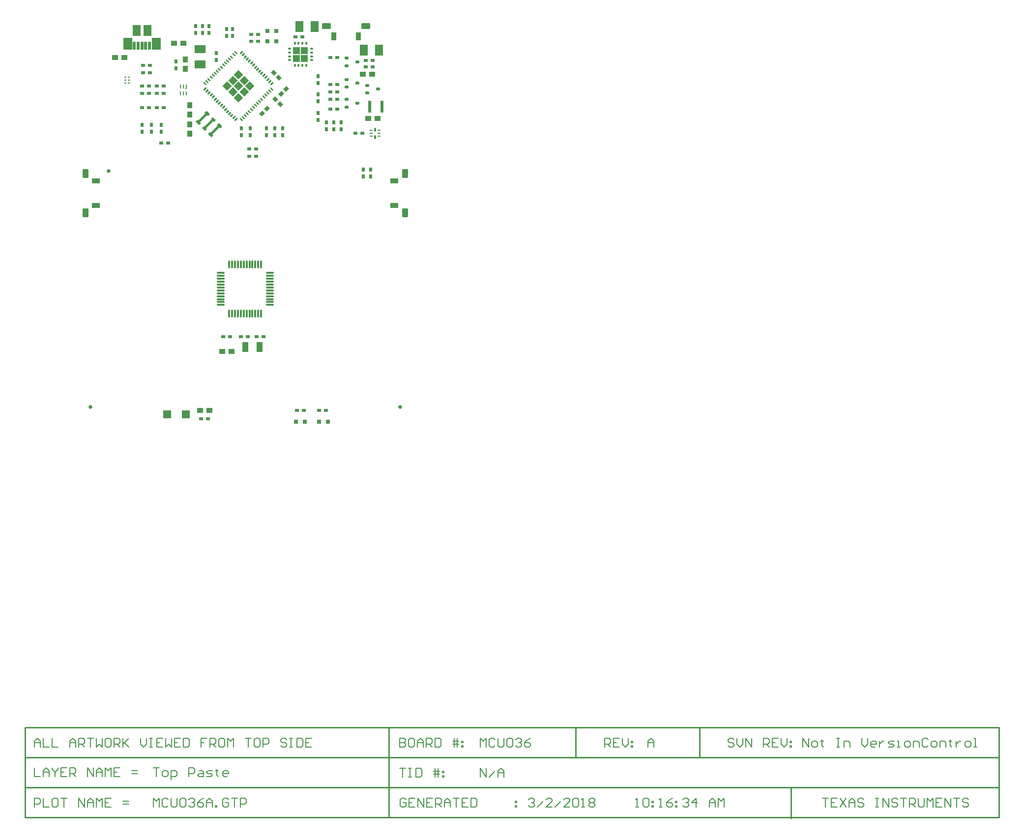
<source format=gtp>
G04 Layer_Color=9021481*
%FSAX25Y25*%
%MOIN*%
G70*
G01*
G75*
%ADD10R,0.03937X0.07087*%
G04:AMPARAMS|DCode=11|XSize=35.43mil|YSize=51.18mil|CornerRadius=1.95mil|HoleSize=0mil|Usage=FLASHONLY|Rotation=270.000|XOffset=0mil|YOffset=0mil|HoleType=Round|Shape=RoundedRectangle|*
%AMROUNDEDRECTD11*
21,1,0.03543,0.04728,0,0,270.0*
21,1,0.03154,0.05118,0,0,270.0*
1,1,0.00390,-0.02364,-0.01577*
1,1,0.00390,-0.02364,0.01577*
1,1,0.00390,0.02364,0.01577*
1,1,0.00390,0.02364,-0.01577*
%
%ADD11ROUNDEDRECTD11*%
G04:AMPARAMS|DCode=12|XSize=57.09mil|YSize=39.37mil|CornerRadius=1.97mil|HoleSize=0mil|Usage=FLASHONLY|Rotation=270.000|XOffset=0mil|YOffset=0mil|HoleType=Round|Shape=RoundedRectangle|*
%AMROUNDEDRECTD12*
21,1,0.05709,0.03543,0,0,270.0*
21,1,0.05315,0.03937,0,0,270.0*
1,1,0.00394,-0.01772,-0.02657*
1,1,0.00394,-0.01772,0.02657*
1,1,0.00394,0.01772,0.02657*
1,1,0.00394,0.01772,-0.02657*
%
%ADD12ROUNDEDRECTD12*%
%ADD13R,0.03150X0.02362*%
%ADD14R,0.03937X0.03740*%
%ADD15R,0.02362X0.03150*%
%ADD16O,0.01181X0.05709*%
%ADD17O,0.05709X0.01181*%
%ADD18R,0.03150X0.03150*%
G04:AMPARAMS|DCode=20|XSize=58.07mil|YSize=82.68mil|CornerRadius=2.03mil|HoleSize=0mil|Usage=FLASHONLY|Rotation=0.000|XOffset=0mil|YOffset=0mil|HoleType=Round|Shape=RoundedRectangle|*
%AMROUNDEDRECTD20*
21,1,0.05807,0.07861,0,0,0.0*
21,1,0.05401,0.08268,0,0,0.0*
1,1,0.00407,0.02700,-0.03931*
1,1,0.00407,-0.02700,-0.03931*
1,1,0.00407,-0.02700,0.03931*
1,1,0.00407,0.02700,0.03931*
%
%ADD20ROUNDEDRECTD20*%
G04:AMPARAMS|DCode=21|XSize=54.13mil|YSize=74.8mil|CornerRadius=1.89mil|HoleSize=0mil|Usage=FLASHONLY|Rotation=0.000|XOffset=0mil|YOffset=0mil|HoleType=Round|Shape=RoundedRectangle|*
%AMROUNDEDRECTD21*
21,1,0.05413,0.07101,0,0,0.0*
21,1,0.05034,0.07480,0,0,0.0*
1,1,0.00379,0.02517,-0.03551*
1,1,0.00379,-0.02517,-0.03551*
1,1,0.00379,-0.02517,0.03551*
1,1,0.00379,0.02517,0.03551*
%
%ADD21ROUNDEDRECTD21*%
G04:AMPARAMS|DCode=22|XSize=17.72mil|YSize=54.33mil|CornerRadius=1.95mil|HoleSize=0mil|Usage=FLASHONLY|Rotation=0.000|XOffset=0mil|YOffset=0mil|HoleType=Round|Shape=RoundedRectangle|*
%AMROUNDEDRECTD22*
21,1,0.01772,0.05043,0,0,0.0*
21,1,0.01382,0.05433,0,0,0.0*
1,1,0.00390,0.00691,-0.02522*
1,1,0.00390,-0.00691,-0.02522*
1,1,0.00390,-0.00691,0.02522*
1,1,0.00390,0.00691,0.02522*
%
%ADD22ROUNDEDRECTD22*%
%ADD23R,0.03740X0.03937*%
G04:AMPARAMS|DCode=24|XSize=18.5mil|YSize=23.62mil|CornerRadius=1.94mil|HoleSize=0mil|Usage=FLASHONLY|Rotation=270.000|XOffset=0mil|YOffset=0mil|HoleType=Round|Shape=RoundedRectangle|*
%AMROUNDEDRECTD24*
21,1,0.01850,0.01974,0,0,270.0*
21,1,0.01462,0.02362,0,0,270.0*
1,1,0.00389,-0.00987,-0.00731*
1,1,0.00389,-0.00987,0.00731*
1,1,0.00389,0.00987,0.00731*
1,1,0.00389,0.00987,-0.00731*
%
%ADD24ROUNDEDRECTD24*%
G04:AMPARAMS|DCode=25|XSize=102.36mil|YSize=15.75mil|CornerRadius=0mil|HoleSize=0mil|Usage=FLASHONLY|Rotation=45.000|XOffset=0mil|YOffset=0mil|HoleType=Round|Shape=Rectangle|*
%AMROTATEDRECTD25*
4,1,4,-0.03062,-0.04176,-0.04176,-0.03062,0.03062,0.04176,0.04176,0.03062,-0.03062,-0.04176,0.0*
%
%ADD25ROTATEDRECTD25*%

%ADD26O,0.02362X0.01181*%
%ADD27O,0.01181X0.02362*%
G04:AMPARAMS|DCode=30|XSize=9.45mil|YSize=23.62mil|CornerRadius=1.98mil|HoleSize=0mil|Usage=FLASHONLY|Rotation=315.000|XOffset=0mil|YOffset=0mil|HoleType=Round|Shape=RoundedRectangle|*
%AMROUNDEDRECTD30*
21,1,0.00945,0.01965,0,0,315.0*
21,1,0.00548,0.02362,0,0,315.0*
1,1,0.00397,-0.00501,-0.00889*
1,1,0.00397,-0.00889,-0.00501*
1,1,0.00397,0.00501,0.00889*
1,1,0.00397,0.00889,0.00501*
%
%ADD30ROUNDEDRECTD30*%
G04:AMPARAMS|DCode=31|XSize=9.45mil|YSize=23.62mil|CornerRadius=1.98mil|HoleSize=0mil|Usage=FLASHONLY|Rotation=45.000|XOffset=0mil|YOffset=0mil|HoleType=Round|Shape=RoundedRectangle|*
%AMROUNDEDRECTD31*
21,1,0.00945,0.01965,0,0,45.0*
21,1,0.00548,0.02362,0,0,45.0*
1,1,0.00397,0.00889,-0.00501*
1,1,0.00397,0.00501,-0.00889*
1,1,0.00397,-0.00889,0.00501*
1,1,0.00397,-0.00501,0.00889*
%
%ADD31ROUNDEDRECTD31*%
%ADD32R,0.02362X0.07874*%
G04:AMPARAMS|DCode=33|XSize=9.84mil|YSize=21.65mil|CornerRadius=1.97mil|HoleSize=0mil|Usage=FLASHONLY|Rotation=90.000|XOffset=0mil|YOffset=0mil|HoleType=Round|Shape=RoundedRectangle|*
%AMROUNDEDRECTD33*
21,1,0.00984,0.01772,0,0,90.0*
21,1,0.00591,0.02165,0,0,90.0*
1,1,0.00394,0.00886,0.00295*
1,1,0.00394,0.00886,-0.00295*
1,1,0.00394,-0.00886,-0.00295*
1,1,0.00394,-0.00886,0.00295*
%
%ADD33ROUNDEDRECTD33*%
G04:AMPARAMS|DCode=34|XSize=7.87mil|YSize=21.65mil|CornerRadius=1.97mil|HoleSize=0mil|Usage=FLASHONLY|Rotation=90.000|XOffset=0mil|YOffset=0mil|HoleType=Round|Shape=RoundedRectangle|*
%AMROUNDEDRECTD34*
21,1,0.00787,0.01772,0,0,90.0*
21,1,0.00394,0.02165,0,0,90.0*
1,1,0.00394,0.00886,0.00197*
1,1,0.00394,0.00886,-0.00197*
1,1,0.00394,-0.00886,-0.00197*
1,1,0.00394,-0.00886,0.00197*
%
%ADD34ROUNDEDRECTD34*%
G04:AMPARAMS|DCode=35|XSize=11.81mil|YSize=23.62mil|CornerRadius=1.95mil|HoleSize=0mil|Usage=FLASHONLY|Rotation=0.000|XOffset=0mil|YOffset=0mil|HoleType=Round|Shape=RoundedRectangle|*
%AMROUNDEDRECTD35*
21,1,0.01181,0.01972,0,0,0.0*
21,1,0.00791,0.02362,0,0,0.0*
1,1,0.00390,0.00396,-0.00986*
1,1,0.00390,-0.00396,-0.00986*
1,1,0.00390,-0.00396,0.00986*
1,1,0.00390,0.00396,0.00986*
%
%ADD35ROUNDEDRECTD35*%
%ADD36R,0.01378X0.00787*%
%ADD37R,0.01181X0.00787*%
%ADD38R,0.00984X0.02756*%
%ADD39R,0.00984X0.02598*%
G04:AMPARAMS|DCode=40|XSize=23.62mil|YSize=31.5mil|CornerRadius=0mil|HoleSize=0mil|Usage=FLASHONLY|Rotation=315.000|XOffset=0mil|YOffset=0mil|HoleType=Round|Shape=Rectangle|*
%AMROTATEDRECTD40*
4,1,4,-0.01949,-0.00278,0.00278,0.01949,0.01949,0.00278,-0.00278,-0.01949,-0.01949,-0.00278,0.0*
%
%ADD40ROTATEDRECTD40*%

G04:AMPARAMS|DCode=41|XSize=23.62mil|YSize=31.5mil|CornerRadius=0mil|HoleSize=0mil|Usage=FLASHONLY|Rotation=225.000|XOffset=0mil|YOffset=0mil|HoleType=Round|Shape=Rectangle|*
%AMROTATEDRECTD41*
4,1,4,-0.00278,0.01949,0.01949,-0.00278,0.00278,-0.01949,-0.01949,0.00278,-0.00278,0.01949,0.0*
%
%ADD41ROTATEDRECTD41*%

G04:AMPARAMS|DCode=42|XSize=70.87mil|YSize=55.12mil|CornerRadius=1.93mil|HoleSize=0mil|Usage=FLASHONLY|Rotation=90.000|XOffset=0mil|YOffset=0mil|HoleType=Round|Shape=RoundedRectangle|*
%AMROUNDEDRECTD42*
21,1,0.07087,0.05126,0,0,90.0*
21,1,0.06701,0.05512,0,0,90.0*
1,1,0.00386,0.02563,0.03350*
1,1,0.00386,0.02563,-0.03350*
1,1,0.00386,-0.02563,-0.03350*
1,1,0.00386,-0.02563,0.03350*
%
%ADD42ROUNDEDRECTD42*%
G04:AMPARAMS|DCode=43|XSize=70.87mil|YSize=55.12mil|CornerRadius=1.93mil|HoleSize=0mil|Usage=FLASHONLY|Rotation=0.000|XOffset=0mil|YOffset=0mil|HoleType=Round|Shape=RoundedRectangle|*
%AMROUNDEDRECTD43*
21,1,0.07087,0.05126,0,0,0.0*
21,1,0.06701,0.05512,0,0,0.0*
1,1,0.00386,0.03350,-0.02563*
1,1,0.00386,-0.03350,-0.02563*
1,1,0.00386,-0.03350,0.02563*
1,1,0.00386,0.03350,0.02563*
%
%ADD43ROUNDEDRECTD43*%
G04:AMPARAMS|DCode=44|XSize=35.43mil|YSize=51.18mil|CornerRadius=1.95mil|HoleSize=0mil|Usage=FLASHONLY|Rotation=0.000|XOffset=0mil|YOffset=0mil|HoleType=Round|Shape=RoundedRectangle|*
%AMROUNDEDRECTD44*
21,1,0.03543,0.04728,0,0,0.0*
21,1,0.03154,0.05118,0,0,0.0*
1,1,0.00390,0.01577,-0.02364*
1,1,0.00390,-0.01577,-0.02364*
1,1,0.00390,-0.01577,0.02364*
1,1,0.00390,0.01577,0.02364*
%
%ADD44ROUNDEDRECTD44*%
G04:AMPARAMS|DCode=45|XSize=57.09mil|YSize=39.37mil|CornerRadius=1.97mil|HoleSize=0mil|Usage=FLASHONLY|Rotation=0.000|XOffset=0mil|YOffset=0mil|HoleType=Round|Shape=RoundedRectangle|*
%AMROUNDEDRECTD45*
21,1,0.05709,0.03543,0,0,0.0*
21,1,0.05315,0.03937,0,0,0.0*
1,1,0.00394,0.02657,-0.01772*
1,1,0.00394,-0.02657,-0.01772*
1,1,0.00394,-0.02657,0.01772*
1,1,0.00394,0.02657,0.01772*
%
%ADD45ROUNDEDRECTD45*%
%ADD46C,0.02500*%
%ADD48C,0.01000*%
%ADD49C,0.00800*%
G04:AMPARAMS|DCode=79|XSize=46.85mil|YSize=46.85mil|CornerRadius=1.87mil|HoleSize=0mil|Usage=FLASHONLY|Rotation=135.000|XOffset=0mil|YOffset=0mil|HoleType=Round|Shape=RoundedRectangle|*
%AMROUNDEDRECTD79*
21,1,0.04685,0.04310,0,0,135.0*
21,1,0.04310,0.04685,0,0,135.0*
1,1,0.00375,0.00000,0.03048*
1,1,0.00375,0.03048,0.00000*
1,1,0.00375,0.00000,-0.03048*
1,1,0.00375,-0.03048,0.00000*
%
%ADD79ROUNDEDRECTD79*%
%ADD80R,0.04677X0.04677*%
%ADD81R,0.05512X0.05512*%
G04:AMPARAMS|DCode=82|XSize=1mil|YSize=1mil|CornerRadius=0mil|HoleSize=0mil|Usage=FLASHONLY|Rotation=135.000|XOffset=0mil|YOffset=0mil|HoleType=Round|Shape=RoundedRectangle|*
%AMROUNDEDRECTD82*
21,1,0.00100,0.00100,0,0,135.0*
21,1,0.00100,0.00100,0,0,135.0*
1,1,0.00000,0.00000,0.00071*
1,1,0.00000,0.00071,0.00000*
1,1,0.00000,0.00000,-0.00071*
1,1,0.00000,-0.00071,0.00000*
%
%ADD82ROUNDEDRECTD82*%
G36*
X0173608Y0508730D02*
X0172216Y0507338D01*
X0169989Y0509565D01*
X0171381Y0510957D01*
X0173608Y0508730D01*
D02*
G37*
G36*
X0163447Y0506920D02*
X0162055Y0505528D01*
X0159828Y0507755D01*
X0161220Y0509147D01*
X0163447Y0506920D01*
D02*
G37*
G36*
X0167623Y0502744D02*
X0166231Y0501352D01*
X0164004Y0503580D01*
X0165396Y0504971D01*
X0167623Y0502744D01*
D02*
G37*
G36*
X0159271Y0511096D02*
X0157879Y0509704D01*
X0155652Y0511931D01*
X0157044Y0513323D01*
X0159271Y0511096D01*
D02*
G37*
G36*
X0149661Y0534384D02*
X0149267Y0533990D01*
X0148676D01*
Y0534581D01*
X0149661D01*
Y0534384D01*
D02*
G37*
G36*
X0165257Y0517081D02*
X0163865Y0515689D01*
X0161638Y0517916D01*
X0163030Y0519308D01*
X0165257Y0517081D01*
D02*
G37*
G36*
X0169433Y0512906D02*
X0168041Y0511514D01*
X0165814Y0513741D01*
X0167206Y0515133D01*
X0169433Y0512906D01*
D02*
G37*
G54D10*
X0199121Y0358900D02*
D03*
X0189279D02*
D03*
G54D11*
X0290444Y0471668D02*
D03*
Y0455132D02*
D03*
X0087956Y0455132D02*
D03*
Y0471668D02*
D03*
G54D12*
X0297531Y0476687D02*
D03*
X0297531Y0450113D02*
D03*
X0080869Y0450113D02*
D03*
X0080869Y0476687D02*
D03*
G54D13*
X0239338Y0315900D02*
D03*
X0244062D02*
D03*
X0229062D02*
D03*
X0224338D02*
D03*
X0159338Y0310400D02*
D03*
X0164062D02*
D03*
X0174338Y0365900D02*
D03*
X0179062D02*
D03*
X0186338D02*
D03*
X0191062D02*
D03*
X0201562D02*
D03*
X0196838D02*
D03*
X0196562Y0493400D02*
D03*
X0191838D02*
D03*
X0196562Y0488400D02*
D03*
X0191838D02*
D03*
X0251562Y0526900D02*
D03*
X0246838D02*
D03*
X0246838Y0520400D02*
D03*
X0251562D02*
D03*
X0246838Y0531900D02*
D03*
X0251562D02*
D03*
X0119838Y0544900D02*
D03*
X0124562D02*
D03*
X0270838Y0553400D02*
D03*
X0275562D02*
D03*
X0246838Y0536900D02*
D03*
X0251562D02*
D03*
X0251562Y0555400D02*
D03*
X0246838D02*
D03*
X0129338Y0530900D02*
D03*
X0134062D02*
D03*
X0134062Y0535900D02*
D03*
X0129338D02*
D03*
X0119338Y0521400D02*
D03*
X0124062D02*
D03*
X0119338Y0535900D02*
D03*
X0124062D02*
D03*
X0198062Y0570900D02*
D03*
X0193338D02*
D03*
X0198062Y0566400D02*
D03*
X0193338D02*
D03*
X0119838Y0549900D02*
D03*
X0124562D02*
D03*
X0263838Y0503900D02*
D03*
X0268562D02*
D03*
X0223338Y0569400D02*
D03*
X0228062D02*
D03*
X0270838Y0548900D02*
D03*
X0275562D02*
D03*
X0134062Y0521400D02*
D03*
X0129338D02*
D03*
X0119338Y0530900D02*
D03*
X0124062D02*
D03*
X0132338Y0497400D02*
D03*
X0137062D02*
D03*
G54D14*
X0158550Y0315900D02*
D03*
X0164850D02*
D03*
X0173550Y0355900D02*
D03*
X0179850D02*
D03*
X0101050Y0555400D02*
D03*
X0107350D02*
D03*
X0147350Y0564900D02*
D03*
X0141050D02*
D03*
X0272550Y0513900D02*
D03*
X0278850D02*
D03*
X0275350Y0543900D02*
D03*
X0269050D02*
D03*
G54D15*
X0274200Y0474538D02*
D03*
Y0479262D02*
D03*
X0269200Y0474538D02*
D03*
Y0479262D02*
D03*
X0125700Y0505038D02*
D03*
Y0509762D02*
D03*
X0119200Y0509762D02*
D03*
Y0505038D02*
D03*
X0209200Y0507262D02*
D03*
Y0502538D02*
D03*
X0214700Y0502538D02*
D03*
Y0507262D02*
D03*
X0176700Y0574762D02*
D03*
Y0570038D02*
D03*
X0180700Y0574762D02*
D03*
Y0570038D02*
D03*
X0160200Y0572038D02*
D03*
Y0576762D02*
D03*
X0155700Y0572038D02*
D03*
Y0576762D02*
D03*
X0238700Y0525538D02*
D03*
Y0530262D02*
D03*
Y0513038D02*
D03*
Y0517762D02*
D03*
X0192700Y0502538D02*
D03*
Y0507262D02*
D03*
X0249200Y0506538D02*
D03*
Y0511262D02*
D03*
X0244200Y0506538D02*
D03*
Y0511262D02*
D03*
X0132200Y0509762D02*
D03*
Y0505038D02*
D03*
X0203700Y0502538D02*
D03*
Y0507262D02*
D03*
X0254200Y0506538D02*
D03*
Y0511262D02*
D03*
X0164700Y0576762D02*
D03*
Y0572038D02*
D03*
X0238700Y0542762D02*
D03*
Y0538038D02*
D03*
X0186700Y0502538D02*
D03*
Y0507262D02*
D03*
X0142200Y0552762D02*
D03*
Y0548038D02*
D03*
X0169700Y0558262D02*
D03*
Y0553538D02*
D03*
G54D16*
X0178373Y0381766D02*
D03*
X0180342D02*
D03*
X0182310D02*
D03*
X0184279D02*
D03*
X0186247D02*
D03*
X0188216D02*
D03*
X0190184D02*
D03*
X0192153D02*
D03*
X0194121D02*
D03*
X0196090D02*
D03*
X0198058D02*
D03*
X0200027D02*
D03*
Y0415034D02*
D03*
X0198058D02*
D03*
X0196090D02*
D03*
X0194121D02*
D03*
X0192153D02*
D03*
X0190184D02*
D03*
X0188216D02*
D03*
X0186247D02*
D03*
X0184279D02*
D03*
X0182310D02*
D03*
X0180342D02*
D03*
X0178373D02*
D03*
G54D17*
X0205834Y0387573D02*
D03*
Y0389542D02*
D03*
Y0391510D02*
D03*
Y0393479D02*
D03*
Y0395447D02*
D03*
Y0397416D02*
D03*
Y0399384D02*
D03*
Y0401353D02*
D03*
Y0403321D02*
D03*
Y0405290D02*
D03*
Y0407258D02*
D03*
Y0409227D02*
D03*
X0172566D02*
D03*
Y0407258D02*
D03*
Y0405290D02*
D03*
Y0403321D02*
D03*
Y0401353D02*
D03*
Y0399384D02*
D03*
Y0397416D02*
D03*
Y0395447D02*
D03*
Y0393479D02*
D03*
Y0391510D02*
D03*
Y0389542D02*
D03*
Y0387573D02*
D03*
G54D18*
X0245153Y0308400D02*
D03*
X0239247D02*
D03*
X0229653D02*
D03*
X0223747D02*
D03*
X0210153Y0573400D02*
D03*
X0204247D02*
D03*
Y0566400D02*
D03*
X0210153D02*
D03*
G54D20*
X0109505Y0564636D02*
D03*
X0128895D02*
D03*
G54D21*
X0115509Y0573691D02*
D03*
X0122891D02*
D03*
G54D22*
X0114082Y0563219D02*
D03*
X0116641Y0563219D02*
D03*
X0119200Y0563219D02*
D03*
X0121759Y0563219D02*
D03*
X0124318Y0563219D02*
D03*
G54D23*
X0148700Y0547750D02*
D03*
Y0554050D02*
D03*
X0151700Y0523050D02*
D03*
Y0516750D02*
D03*
Y0510050D02*
D03*
Y0503750D02*
D03*
G54D24*
X0257960Y0540459D02*
D03*
Y0535341D02*
D03*
X0265440Y0537900D02*
D03*
X0271960Y0536459D02*
D03*
Y0531341D02*
D03*
X0279440Y0533900D02*
D03*
X0257960Y0526959D02*
D03*
Y0521841D02*
D03*
X0265440Y0524400D02*
D03*
X0257960Y0554959D02*
D03*
Y0549841D02*
D03*
X0265440Y0552400D02*
D03*
G54D25*
X0164700Y0510400D02*
D03*
X0160524Y0514576D02*
D03*
X0168876Y0506224D02*
D03*
G54D26*
X0219220Y0561239D02*
D03*
Y0558679D02*
D03*
Y0556120D02*
D03*
Y0553561D02*
D03*
X0234180D02*
D03*
Y0556120D02*
D03*
Y0558679D02*
D03*
Y0561239D02*
D03*
G54D27*
X0222861Y0549920D02*
D03*
X0225420D02*
D03*
X0227979D02*
D03*
X0230539D02*
D03*
Y0564880D02*
D03*
X0227979D02*
D03*
X0225420D02*
D03*
X0222861D02*
D03*
G54D30*
X0182893Y0513209D02*
D03*
X0181501Y0514601D02*
D03*
X0180108Y0515993D02*
D03*
X0178716Y0517386D02*
D03*
X0177324Y0518778D02*
D03*
X0175932Y0520170D02*
D03*
X0174539Y0521562D02*
D03*
X0173147Y0522955D02*
D03*
X0171755Y0524347D02*
D03*
X0170362Y0525739D02*
D03*
X0168970Y0527132D02*
D03*
X0167578Y0528524D02*
D03*
X0166186Y0529916D02*
D03*
X0164793Y0531309D02*
D03*
X0163401Y0532701D02*
D03*
X0162009Y0534093D02*
D03*
X0186507Y0558591D02*
D03*
X0187899Y0557199D02*
D03*
X0189292Y0555807D02*
D03*
X0190684Y0554414D02*
D03*
X0192076Y0553022D02*
D03*
X0193468Y0551630D02*
D03*
X0194861Y0550238D02*
D03*
X0196253Y0548845D02*
D03*
X0197645Y0547453D02*
D03*
X0199038Y0546061D02*
D03*
X0200430Y0544668D02*
D03*
X0201822Y0543276D02*
D03*
X0203214Y0541884D02*
D03*
X0204607Y0540491D02*
D03*
X0205999Y0539099D02*
D03*
X0207391Y0537707D02*
D03*
G54D31*
X0162011Y0537710D02*
D03*
X0163403Y0539102D02*
D03*
X0164795Y0540493D02*
D03*
X0166187Y0541885D02*
D03*
X0167579Y0543277D02*
D03*
X0168971Y0544669D02*
D03*
X0170363Y0546061D02*
D03*
X0171755Y0547453D02*
D03*
X0173147Y0548845D02*
D03*
X0174539Y0550237D02*
D03*
X0175931Y0551629D02*
D03*
X0177323Y0553021D02*
D03*
X0178715Y0554413D02*
D03*
X0180107Y0555805D02*
D03*
X0181499Y0557197D02*
D03*
X0182890Y0558589D02*
D03*
X0207389Y0534091D02*
D03*
X0205997Y0532698D02*
D03*
X0204605Y0531307D02*
D03*
X0203213Y0529915D02*
D03*
X0201821Y0528523D02*
D03*
X0200429Y0527131D02*
D03*
X0199037Y0525739D02*
D03*
X0197645Y0524347D02*
D03*
X0196253Y0522955D02*
D03*
X0194861Y0521563D02*
D03*
X0193469Y0520171D02*
D03*
X0192077Y0518779D02*
D03*
X0190685Y0517387D02*
D03*
X0189293Y0515995D02*
D03*
X0187901Y0514603D02*
D03*
X0186510Y0513211D02*
D03*
G54D32*
X0273566Y0521900D02*
D03*
X0281834D02*
D03*
G54D33*
X0279857Y0505868D02*
D03*
Y0501931D02*
D03*
X0274542D02*
D03*
Y0505868D02*
D03*
G54D34*
X0279857Y0503900D02*
D03*
X0274542D02*
D03*
G54D35*
X0277200Y0501341D02*
D03*
Y0506459D02*
D03*
G54D36*
X0108117Y0541868D02*
D03*
G54D37*
X0108019Y0539900D02*
D03*
Y0537931D02*
D03*
X0110381D02*
D03*
Y0539900D02*
D03*
Y0541868D02*
D03*
G54D38*
X0149169Y0531038D02*
D03*
X0147200D02*
D03*
X0145231D02*
D03*
Y0535762D02*
D03*
X0147200D02*
D03*
G54D39*
X0149169Y0535841D02*
D03*
G54D40*
X0203870Y0520570D02*
D03*
X0200530Y0517230D02*
D03*
X0216870Y0534070D02*
D03*
X0213530Y0530730D02*
D03*
G54D41*
X0212870Y0523730D02*
D03*
X0209530Y0527070D02*
D03*
X0208530Y0545070D02*
D03*
X0211870Y0541730D02*
D03*
G54D42*
X0269582Y0560400D02*
D03*
X0279818D02*
D03*
X0226082Y0576400D02*
D03*
X0236318D02*
D03*
G54D43*
X0158700Y0561018D02*
D03*
Y0550782D02*
D03*
G54D44*
X0249432Y0569644D02*
D03*
X0265968D02*
D03*
G54D45*
X0244413Y0576731D02*
D03*
X0270987Y0576731D02*
D03*
G54D46*
X0084200Y0318400D02*
D03*
X0294200D02*
D03*
X0096700Y0478400D02*
D03*
G54D48*
X0559400Y0039400D02*
Y0059683D01*
X0440500Y0040050D02*
X0700200D01*
Y0101050D01*
X0286500Y0040050D02*
Y0101050D01*
X0040000Y0040050D02*
Y0101050D01*
X0040050Y0040050D02*
X0197600D01*
X0040050D02*
Y0101050D01*
Y0101050D02*
X0700200D01*
X0040000Y0040050D02*
X0440500D01*
X0040000Y0060383D02*
X0700000D01*
X0040000Y0080717D02*
X0700200D01*
X0413200D02*
Y0101050D01*
X0497200Y0080717D02*
Y0101050D01*
G54D49*
X0126900Y0073549D02*
X0130899D01*
X0128899D01*
Y0067551D01*
X0133898D02*
X0135897D01*
X0136897Y0068550D01*
Y0070550D01*
X0135897Y0071549D01*
X0133898D01*
X0132898Y0070550D01*
Y0068550D01*
X0133898Y0067551D01*
X0138896Y0065551D02*
Y0071549D01*
X0141895D01*
X0142895Y0070550D01*
Y0068550D01*
X0141895Y0067551D01*
X0138896D01*
X0150892D02*
Y0073549D01*
X0153891D01*
X0154891Y0072549D01*
Y0070550D01*
X0153891Y0069550D01*
X0150892D01*
X0157890Y0071549D02*
X0159889D01*
X0160889Y0070550D01*
Y0067551D01*
X0157890D01*
X0156890Y0068550D01*
X0157890Y0069550D01*
X0160889D01*
X0162888Y0067551D02*
X0165887D01*
X0166887Y0068550D01*
X0165887Y0069550D01*
X0163888D01*
X0162888Y0070550D01*
X0163888Y0071549D01*
X0166887D01*
X0169886Y0072549D02*
Y0071549D01*
X0168886D01*
X0170886D01*
X0169886D01*
Y0068550D01*
X0170886Y0067551D01*
X0176884D02*
X0174884D01*
X0173885Y0068550D01*
Y0070550D01*
X0174884Y0071549D01*
X0176884D01*
X0177884Y0070550D01*
Y0069550D01*
X0173885D01*
X0348550Y0067500D02*
Y0073498D01*
X0352549Y0067500D01*
Y0073498D01*
X0354548Y0067500D02*
X0358547Y0071499D01*
X0360546Y0067500D02*
Y0071499D01*
X0362545Y0073498D01*
X0364545Y0071499D01*
Y0067500D01*
Y0070499D01*
X0360546D01*
X0294000Y0073498D02*
X0297999D01*
X0295999D01*
Y0067500D01*
X0299998Y0073498D02*
X0301997D01*
X0300998D01*
Y0067500D01*
X0299998D01*
X0301997D01*
X0304996Y0073498D02*
Y0067500D01*
X0307996D01*
X0308995Y0068500D01*
Y0072498D01*
X0307996Y0073498D01*
X0304996D01*
X0317992Y0067500D02*
Y0073498D01*
X0319992D02*
Y0067500D01*
X0316993Y0071499D02*
X0319992D01*
X0320991D01*
X0316993Y0069499D02*
X0320991D01*
X0322991Y0071499D02*
X0323990D01*
Y0070499D01*
X0322991D01*
Y0071499D01*
Y0068500D02*
X0323990D01*
Y0067500D01*
X0322991D01*
Y0068500D01*
X0580500Y0052965D02*
X0584499D01*
X0582499D01*
Y0046966D01*
X0590497Y0052965D02*
X0586498D01*
Y0046966D01*
X0590497D01*
X0586498Y0049966D02*
X0588497D01*
X0592496Y0052965D02*
X0596495Y0046966D01*
Y0052965D02*
X0592496Y0046966D01*
X0598494D02*
Y0050965D01*
X0600493Y0052965D01*
X0602493Y0050965D01*
Y0046966D01*
Y0049966D01*
X0598494D01*
X0608491Y0051965D02*
X0607491Y0052965D01*
X0605492D01*
X0604492Y0051965D01*
Y0050965D01*
X0605492Y0049966D01*
X0607491D01*
X0608491Y0048966D01*
Y0047966D01*
X0607491Y0046966D01*
X0605492D01*
X0604492Y0047966D01*
X0616488Y0052965D02*
X0618488D01*
X0617488D01*
Y0046966D01*
X0616488D01*
X0618488D01*
X0621487D02*
Y0052965D01*
X0625486Y0046966D01*
Y0052965D01*
X0631484Y0051965D02*
X0630484Y0052965D01*
X0628484D01*
X0627485Y0051965D01*
Y0050965D01*
X0628484Y0049966D01*
X0630484D01*
X0631484Y0048966D01*
Y0047966D01*
X0630484Y0046966D01*
X0628484D01*
X0627485Y0047966D01*
X0633483Y0052965D02*
X0637482D01*
X0635482D01*
Y0046966D01*
X0639481D02*
Y0052965D01*
X0642480D01*
X0643480Y0051965D01*
Y0049966D01*
X0642480Y0048966D01*
X0639481D01*
X0641480D02*
X0643480Y0046966D01*
X0645479Y0052965D02*
Y0047966D01*
X0646479Y0046966D01*
X0648478D01*
X0649478Y0047966D01*
Y0052965D01*
X0651477Y0046966D02*
Y0052965D01*
X0653476Y0050965D01*
X0655476Y0052965D01*
Y0046966D01*
X0661474Y0052965D02*
X0657475D01*
Y0046966D01*
X0661474D01*
X0657475Y0049966D02*
X0659474D01*
X0663473Y0046966D02*
Y0052965D01*
X0667472Y0046966D01*
Y0052965D01*
X0669471D02*
X0673470D01*
X0671471D01*
Y0046966D01*
X0679468Y0051965D02*
X0678468Y0052965D01*
X0676469D01*
X0675469Y0051965D01*
Y0050965D01*
X0676469Y0049966D01*
X0678468D01*
X0679468Y0048966D01*
Y0047966D01*
X0678468Y0046966D01*
X0676469D01*
X0675469Y0047966D01*
X0454050Y0046966D02*
X0456049D01*
X0455050D01*
Y0052965D01*
X0454050Y0051965D01*
X0459048D02*
X0460048Y0052965D01*
X0462047D01*
X0463047Y0051965D01*
Y0047966D01*
X0462047Y0046966D01*
X0460048D01*
X0459048Y0047966D01*
Y0051965D01*
X0465046Y0050965D02*
X0466046D01*
Y0049966D01*
X0465046D01*
Y0050965D01*
Y0047966D02*
X0466046D01*
Y0046966D01*
X0465046D01*
Y0047966D01*
X0470045Y0046966D02*
X0472044D01*
X0471044D01*
Y0052965D01*
X0470045Y0051965D01*
X0479042Y0052965D02*
X0477043Y0051965D01*
X0475043Y0049966D01*
Y0047966D01*
X0476043Y0046966D01*
X0478042D01*
X0479042Y0047966D01*
Y0048966D01*
X0478042Y0049966D01*
X0475043D01*
X0481041Y0050965D02*
X0482041D01*
Y0049966D01*
X0481041D01*
Y0050965D01*
Y0047966D02*
X0482041D01*
Y0046966D01*
X0481041D01*
Y0047966D01*
X0486040Y0051965D02*
X0487039Y0052965D01*
X0489039D01*
X0490038Y0051965D01*
Y0050965D01*
X0489039Y0049966D01*
X0488039D01*
X0489039D01*
X0490038Y0048966D01*
Y0047966D01*
X0489039Y0046966D01*
X0487039D01*
X0486040Y0047966D01*
X0495037Y0046966D02*
Y0052965D01*
X0492038Y0049966D01*
X0496036D01*
X0504034Y0046966D02*
Y0050965D01*
X0506033Y0052965D01*
X0508033Y0050965D01*
Y0046966D01*
Y0049966D01*
X0504034D01*
X0510032Y0046966D02*
Y0052965D01*
X0512031Y0050965D01*
X0514031Y0052965D01*
Y0046966D01*
X0046350D02*
Y0052965D01*
X0049349D01*
X0050349Y0051965D01*
Y0049966D01*
X0049349Y0048966D01*
X0046350D01*
X0052348Y0052965D02*
Y0046966D01*
X0056347D01*
X0061345Y0052965D02*
X0059346D01*
X0058346Y0051965D01*
Y0047966D01*
X0059346Y0046966D01*
X0061345D01*
X0062345Y0047966D01*
Y0051965D01*
X0061345Y0052965D01*
X0064344D02*
X0068343D01*
X0066343D01*
Y0046966D01*
X0076340D02*
Y0052965D01*
X0080339Y0046966D01*
Y0052965D01*
X0082338Y0046966D02*
Y0050965D01*
X0084338Y0052965D01*
X0086337Y0050965D01*
Y0046966D01*
Y0049966D01*
X0082338D01*
X0088336Y0046966D02*
Y0052965D01*
X0090336Y0050965D01*
X0092335Y0052965D01*
Y0046966D01*
X0098333Y0052965D02*
X0094335D01*
Y0046966D01*
X0098333D01*
X0094335Y0049966D02*
X0096334D01*
X0106331Y0048966D02*
X0110329D01*
X0106331Y0050965D02*
X0110329D01*
X0046350Y0073549D02*
Y0067551D01*
X0050349D01*
X0052348D02*
Y0071549D01*
X0054347Y0073549D01*
X0056347Y0071549D01*
Y0067551D01*
Y0070550D01*
X0052348D01*
X0058346Y0073549D02*
Y0072549D01*
X0060346Y0070550D01*
X0062345Y0072549D01*
Y0073549D01*
X0060346Y0070550D02*
Y0067551D01*
X0068343Y0073549D02*
X0064344D01*
Y0067551D01*
X0068343D01*
X0064344Y0070550D02*
X0066343D01*
X0070342Y0067551D02*
Y0073549D01*
X0073341D01*
X0074341Y0072549D01*
Y0070550D01*
X0073341Y0069550D01*
X0070342D01*
X0072342D02*
X0074341Y0067551D01*
X0082338D02*
Y0073549D01*
X0086337Y0067551D01*
Y0073549D01*
X0088336Y0067551D02*
Y0071549D01*
X0090336Y0073549D01*
X0092335Y0071549D01*
Y0067551D01*
Y0070550D01*
X0088336D01*
X0094335Y0067551D02*
Y0073549D01*
X0096334Y0071549D01*
X0098333Y0073549D01*
Y0067551D01*
X0104331Y0073549D02*
X0100332D01*
Y0067551D01*
X0104331D01*
X0100332Y0070550D02*
X0102332D01*
X0112329Y0069550D02*
X0116327D01*
X0112329Y0071549D02*
X0116327D01*
X0294000Y0093831D02*
Y0087833D01*
X0296999D01*
X0297999Y0088833D01*
Y0089833D01*
X0296999Y0090832D01*
X0294000D01*
X0296999D01*
X0297999Y0091832D01*
Y0092832D01*
X0296999Y0093831D01*
X0294000D01*
X0302997D02*
X0300998D01*
X0299998Y0092832D01*
Y0088833D01*
X0300998Y0087833D01*
X0302997D01*
X0303997Y0088833D01*
Y0092832D01*
X0302997Y0093831D01*
X0305996Y0087833D02*
Y0091832D01*
X0307996Y0093831D01*
X0309995Y0091832D01*
Y0087833D01*
Y0090832D01*
X0305996D01*
X0311994Y0087833D02*
Y0093831D01*
X0314993D01*
X0315993Y0092832D01*
Y0090832D01*
X0314993Y0089833D01*
X0311994D01*
X0313994D02*
X0315993Y0087833D01*
X0317992Y0093831D02*
Y0087833D01*
X0320991D01*
X0321991Y0088833D01*
Y0092832D01*
X0320991Y0093831D01*
X0317992D01*
X0330988Y0087833D02*
Y0093831D01*
X0332987D02*
Y0087833D01*
X0329988Y0091832D02*
X0332987D01*
X0333987D01*
X0329988Y0089833D02*
X0333987D01*
X0335986Y0091832D02*
X0336986D01*
Y0090832D01*
X0335986D01*
Y0091832D01*
Y0088833D02*
X0336986D01*
Y0087833D01*
X0335986D01*
Y0088833D01*
X0348550Y0087833D02*
Y0093831D01*
X0350549Y0091832D01*
X0352549Y0093831D01*
Y0087833D01*
X0358547Y0092832D02*
X0357547Y0093831D01*
X0355548D01*
X0354548Y0092832D01*
Y0088833D01*
X0355548Y0087833D01*
X0357547D01*
X0358547Y0088833D01*
X0360546Y0093831D02*
Y0088833D01*
X0361546Y0087833D01*
X0363545D01*
X0364545Y0088833D01*
Y0093831D01*
X0366544Y0092832D02*
X0367544Y0093831D01*
X0369543D01*
X0370543Y0092832D01*
Y0088833D01*
X0369543Y0087833D01*
X0367544D01*
X0366544Y0088833D01*
Y0092832D01*
X0372542D02*
X0373542Y0093831D01*
X0375541D01*
X0376541Y0092832D01*
Y0091832D01*
X0375541Y0090832D01*
X0374542D01*
X0375541D01*
X0376541Y0089833D01*
Y0088833D01*
X0375541Y0087833D01*
X0373542D01*
X0372542Y0088833D01*
X0382539Y0093831D02*
X0380540Y0092832D01*
X0378540Y0090832D01*
Y0088833D01*
X0379540Y0087833D01*
X0381539D01*
X0382539Y0088833D01*
Y0089833D01*
X0381539Y0090832D01*
X0378540D01*
X0462150Y0087833D02*
Y0091832D01*
X0464149Y0093831D01*
X0466149Y0091832D01*
Y0087833D01*
Y0090832D01*
X0462150D01*
X0046350Y0087833D02*
Y0091832D01*
X0048349Y0093831D01*
X0050349Y0091832D01*
Y0087833D01*
Y0090832D01*
X0046350D01*
X0052348Y0093831D02*
Y0087833D01*
X0056347D01*
X0058346Y0093831D02*
Y0087833D01*
X0062345D01*
X0070342D02*
Y0091832D01*
X0072342Y0093831D01*
X0074341Y0091832D01*
Y0087833D01*
Y0090832D01*
X0070342D01*
X0076340Y0087833D02*
Y0093831D01*
X0079339D01*
X0080339Y0092832D01*
Y0090832D01*
X0079339Y0089833D01*
X0076340D01*
X0078340D02*
X0080339Y0087833D01*
X0082338Y0093831D02*
X0086337D01*
X0084338D01*
Y0087833D01*
X0088336Y0093831D02*
Y0087833D01*
X0090336Y0089833D01*
X0092335Y0087833D01*
Y0093831D01*
X0097334D02*
X0095334D01*
X0094335Y0092832D01*
Y0088833D01*
X0095334Y0087833D01*
X0097334D01*
X0098333Y0088833D01*
Y0092832D01*
X0097334Y0093831D01*
X0100332Y0087833D02*
Y0093831D01*
X0103332D01*
X0104331Y0092832D01*
Y0090832D01*
X0103332Y0089833D01*
X0100332D01*
X0102332D02*
X0104331Y0087833D01*
X0106331Y0093831D02*
Y0087833D01*
Y0089833D01*
X0110329Y0093831D01*
X0107330Y0090832D01*
X0110329Y0087833D01*
X0118327Y0093831D02*
Y0089833D01*
X0120326Y0087833D01*
X0122325Y0089833D01*
Y0093831D01*
X0124325D02*
X0126324D01*
X0125324D01*
Y0087833D01*
X0124325D01*
X0126324D01*
X0133322Y0093831D02*
X0129323D01*
Y0087833D01*
X0133322D01*
X0129323Y0090832D02*
X0131323D01*
X0135321Y0093831D02*
Y0087833D01*
X0137321Y0089833D01*
X0139320Y0087833D01*
Y0093831D01*
X0145318D02*
X0141319D01*
Y0087833D01*
X0145318D01*
X0141319Y0090832D02*
X0143319D01*
X0147317Y0093831D02*
Y0087833D01*
X0150316D01*
X0151316Y0088833D01*
Y0092832D01*
X0150316Y0093831D01*
X0147317D01*
X0163312D02*
X0159313D01*
Y0090832D01*
X0161313D01*
X0159313D01*
Y0087833D01*
X0165312D02*
Y0093831D01*
X0168310D01*
X0169310Y0092832D01*
Y0090832D01*
X0168310Y0089833D01*
X0165312D01*
X0167311D02*
X0169310Y0087833D01*
X0174309Y0093831D02*
X0172309D01*
X0171310Y0092832D01*
Y0088833D01*
X0172309Y0087833D01*
X0174309D01*
X0175308Y0088833D01*
Y0092832D01*
X0174309Y0093831D01*
X0177308Y0087833D02*
Y0093831D01*
X0179307Y0091832D01*
X0181306Y0093831D01*
Y0087833D01*
X0189304Y0093831D02*
X0193303D01*
X0191303D01*
Y0087833D01*
X0198301Y0093831D02*
X0196301D01*
X0195302Y0092832D01*
Y0088833D01*
X0196301Y0087833D01*
X0198301D01*
X0199301Y0088833D01*
Y0092832D01*
X0198301Y0093831D01*
X0201300Y0087833D02*
Y0093831D01*
X0204299D01*
X0205299Y0092832D01*
Y0090832D01*
X0204299Y0089833D01*
X0201300D01*
X0217295Y0092832D02*
X0216295Y0093831D01*
X0214296D01*
X0213296Y0092832D01*
Y0091832D01*
X0214296Y0090832D01*
X0216295D01*
X0217295Y0089833D01*
Y0088833D01*
X0216295Y0087833D01*
X0214296D01*
X0213296Y0088833D01*
X0219294Y0093831D02*
X0221293D01*
X0220294D01*
Y0087833D01*
X0219294D01*
X0221293D01*
X0224292Y0093831D02*
Y0087833D01*
X0227291D01*
X0228291Y0088833D01*
Y0092832D01*
X0227291Y0093831D01*
X0224292D01*
X0234289D02*
X0230291D01*
Y0087833D01*
X0234289D01*
X0230291Y0090832D02*
X0232290D01*
X0298199Y0051965D02*
X0297199Y0052965D01*
X0295200D01*
X0294200Y0051965D01*
Y0047966D01*
X0295200Y0046966D01*
X0297199D01*
X0298199Y0047966D01*
Y0049966D01*
X0296199D01*
X0304197Y0052965D02*
X0300198D01*
Y0046966D01*
X0304197D01*
X0300198Y0049966D02*
X0302197D01*
X0306196Y0046966D02*
Y0052965D01*
X0310195Y0046966D01*
Y0052965D01*
X0316193D02*
X0312194D01*
Y0046966D01*
X0316193D01*
X0312194Y0049966D02*
X0314194D01*
X0318192Y0046966D02*
Y0052965D01*
X0321191D01*
X0322191Y0051965D01*
Y0049966D01*
X0321191Y0048966D01*
X0318192D01*
X0320192D02*
X0322191Y0046966D01*
X0324190D02*
Y0050965D01*
X0326190Y0052965D01*
X0328189Y0050965D01*
Y0046966D01*
Y0049966D01*
X0324190D01*
X0330188Y0052965D02*
X0334187D01*
X0332188D01*
Y0046966D01*
X0340185Y0052965D02*
X0336186D01*
Y0046966D01*
X0340185D01*
X0336186Y0049966D02*
X0338186D01*
X0342184Y0052965D02*
Y0046966D01*
X0345183D01*
X0346183Y0047966D01*
Y0051965D01*
X0345183Y0052965D01*
X0342184D01*
X0372175Y0050965D02*
X0373175D01*
Y0049966D01*
X0372175D01*
Y0050965D01*
Y0047966D02*
X0373175D01*
Y0046966D01*
X0372175D01*
Y0047966D01*
X0381150Y0051965D02*
X0382150Y0052965D01*
X0384149D01*
X0385149Y0051965D01*
Y0050965D01*
X0384149Y0049966D01*
X0383149D01*
X0384149D01*
X0385149Y0048966D01*
Y0047966D01*
X0384149Y0046966D01*
X0382150D01*
X0381150Y0047966D01*
X0387148Y0046966D02*
X0391147Y0050965D01*
X0397145Y0046966D02*
X0393146D01*
X0397145Y0050965D01*
Y0051965D01*
X0396145Y0052965D01*
X0394146D01*
X0393146Y0051965D01*
X0399144Y0046966D02*
X0403143Y0050965D01*
X0409141Y0046966D02*
X0405142D01*
X0409141Y0050965D01*
Y0051965D01*
X0408141Y0052965D01*
X0406142D01*
X0405142Y0051965D01*
X0411140D02*
X0412140Y0052965D01*
X0414139D01*
X0415139Y0051965D01*
Y0047966D01*
X0414139Y0046966D01*
X0412140D01*
X0411140Y0047966D01*
Y0051965D01*
X0417138Y0046966D02*
X0419138D01*
X0418138D01*
Y0052965D01*
X0417138Y0051965D01*
X0422137D02*
X0423136Y0052965D01*
X0425136D01*
X0426135Y0051965D01*
Y0050965D01*
X0425136Y0049966D01*
X0426135Y0048966D01*
Y0047966D01*
X0425136Y0046966D01*
X0423136D01*
X0422137Y0047966D01*
Y0048966D01*
X0423136Y0049966D01*
X0422137Y0050965D01*
Y0051965D01*
X0423136Y0049966D02*
X0425136D01*
X0126900Y0046966D02*
Y0052965D01*
X0128899Y0050965D01*
X0130899Y0052965D01*
Y0046966D01*
X0136897Y0051965D02*
X0135897Y0052965D01*
X0133898D01*
X0132898Y0051965D01*
Y0047966D01*
X0133898Y0046966D01*
X0135897D01*
X0136897Y0047966D01*
X0138896Y0052965D02*
Y0047966D01*
X0139896Y0046966D01*
X0141895D01*
X0142895Y0047966D01*
Y0052965D01*
X0144894Y0051965D02*
X0145894Y0052965D01*
X0147893D01*
X0148893Y0051965D01*
Y0047966D01*
X0147893Y0046966D01*
X0145894D01*
X0144894Y0047966D01*
Y0051965D01*
X0150892D02*
X0151892Y0052965D01*
X0153891D01*
X0154891Y0051965D01*
Y0050965D01*
X0153891Y0049966D01*
X0152892D01*
X0153891D01*
X0154891Y0048966D01*
Y0047966D01*
X0153891Y0046966D01*
X0151892D01*
X0150892Y0047966D01*
X0160889Y0052965D02*
X0158890Y0051965D01*
X0156890Y0049966D01*
Y0047966D01*
X0157890Y0046966D01*
X0159889D01*
X0160889Y0047966D01*
Y0048966D01*
X0159889Y0049966D01*
X0156890D01*
X0162888Y0046966D02*
Y0050965D01*
X0164888Y0052965D01*
X0166887Y0050965D01*
Y0046966D01*
Y0049966D01*
X0162888D01*
X0168886Y0046966D02*
Y0047966D01*
X0169886D01*
Y0046966D01*
X0168886D01*
X0177884Y0051965D02*
X0176884Y0052965D01*
X0174884D01*
X0173885Y0051965D01*
Y0047966D01*
X0174884Y0046966D01*
X0176884D01*
X0177884Y0047966D01*
Y0049966D01*
X0175884D01*
X0179883Y0052965D02*
X0183882D01*
X0181882D01*
Y0046966D01*
X0185881D02*
Y0052965D01*
X0188880D01*
X0189880Y0051965D01*
Y0049966D01*
X0188880Y0048966D01*
X0185881D01*
X0433000Y0087833D02*
Y0093831D01*
X0435999D01*
X0436999Y0092832D01*
Y0090832D01*
X0435999Y0089833D01*
X0433000D01*
X0434999D02*
X0436999Y0087833D01*
X0442997Y0093831D02*
X0438998D01*
Y0087833D01*
X0442997D01*
X0438998Y0090832D02*
X0440997D01*
X0444996Y0093831D02*
Y0089833D01*
X0446995Y0087833D01*
X0448995Y0089833D01*
Y0093831D01*
X0450994Y0091832D02*
X0451994D01*
Y0090832D01*
X0450994D01*
Y0091832D01*
Y0088833D02*
X0451994D01*
Y0087833D01*
X0450994D01*
Y0088833D01*
X0520799Y0092832D02*
X0519799Y0093831D01*
X0517800D01*
X0516800Y0092832D01*
Y0091832D01*
X0517800Y0090832D01*
X0519799D01*
X0520799Y0089833D01*
Y0088833D01*
X0519799Y0087833D01*
X0517800D01*
X0516800Y0088833D01*
X0522798Y0093831D02*
Y0089833D01*
X0524797Y0087833D01*
X0526797Y0089833D01*
Y0093831D01*
X0528796Y0087833D02*
Y0093831D01*
X0532795Y0087833D01*
Y0093831D01*
X0540792Y0087833D02*
Y0093831D01*
X0543791D01*
X0544791Y0092832D01*
Y0090832D01*
X0543791Y0089833D01*
X0540792D01*
X0542792D02*
X0544791Y0087833D01*
X0550789Y0093831D02*
X0546790D01*
Y0087833D01*
X0550789D01*
X0546790Y0090832D02*
X0548790D01*
X0552788Y0093831D02*
Y0089833D01*
X0554788Y0087833D01*
X0556787Y0089833D01*
Y0093831D01*
X0558786Y0091832D02*
X0559786D01*
Y0090832D01*
X0558786D01*
Y0091832D01*
Y0088833D02*
X0559786D01*
Y0087833D01*
X0558786D01*
Y0088833D01*
X0567400Y0087833D02*
Y0093831D01*
X0571399Y0087833D01*
Y0093831D01*
X0574398Y0087833D02*
X0576397D01*
X0577397Y0088833D01*
Y0090832D01*
X0576397Y0091832D01*
X0574398D01*
X0573398Y0090832D01*
Y0088833D01*
X0574398Y0087833D01*
X0580396Y0092832D02*
Y0091832D01*
X0579396D01*
X0581395D01*
X0580396D01*
Y0088833D01*
X0581395Y0087833D01*
X0590393Y0093831D02*
X0592392D01*
X0591392D01*
Y0087833D01*
X0590393D01*
X0592392D01*
X0595391D02*
Y0091832D01*
X0598390D01*
X0599390Y0090832D01*
Y0087833D01*
X0607387Y0093831D02*
Y0089833D01*
X0609386Y0087833D01*
X0611386Y0089833D01*
Y0093831D01*
X0616384Y0087833D02*
X0614385D01*
X0613385Y0088833D01*
Y0090832D01*
X0614385Y0091832D01*
X0616384D01*
X0617384Y0090832D01*
Y0089833D01*
X0613385D01*
X0619383Y0091832D02*
Y0087833D01*
Y0089833D01*
X0620383Y0090832D01*
X0621383Y0091832D01*
X0622382D01*
X0625381Y0087833D02*
X0628380D01*
X0629380Y0088833D01*
X0628380Y0089833D01*
X0626381D01*
X0625381Y0090832D01*
X0626381Y0091832D01*
X0629380D01*
X0631379Y0087833D02*
X0633379D01*
X0632379D01*
Y0091832D01*
X0631379D01*
X0637377Y0087833D02*
X0639377D01*
X0640376Y0088833D01*
Y0090832D01*
X0639377Y0091832D01*
X0637377D01*
X0636378Y0090832D01*
Y0088833D01*
X0637377Y0087833D01*
X0642376D02*
Y0091832D01*
X0645375D01*
X0646374Y0090832D01*
Y0087833D01*
X0652373Y0092832D02*
X0651373Y0093831D01*
X0649373D01*
X0648374Y0092832D01*
Y0088833D01*
X0649373Y0087833D01*
X0651373D01*
X0652373Y0088833D01*
X0655372Y0087833D02*
X0657371D01*
X0658371Y0088833D01*
Y0090832D01*
X0657371Y0091832D01*
X0655372D01*
X0654372Y0090832D01*
Y0088833D01*
X0655372Y0087833D01*
X0660370D02*
Y0091832D01*
X0663369D01*
X0664369Y0090832D01*
Y0087833D01*
X0667368Y0092832D02*
Y0091832D01*
X0666368D01*
X0668367D01*
X0667368D01*
Y0088833D01*
X0668367Y0087833D01*
X0671366Y0091832D02*
Y0087833D01*
Y0089833D01*
X0672366Y0090832D01*
X0673366Y0091832D01*
X0674365D01*
X0678364Y0087833D02*
X0680364D01*
X0681363Y0088833D01*
Y0090832D01*
X0680364Y0091832D01*
X0678364D01*
X0677364Y0090832D01*
Y0088833D01*
X0678364Y0087833D01*
X0683362D02*
X0685362D01*
X0684362D01*
Y0093831D01*
X0683362D01*
G54D79*
X0188570Y0539770D02*
D03*
X0184700Y0543639D02*
D03*
X0192439Y0535900D02*
D03*
X0180830Y0532030D02*
D03*
X0176961Y0535900D02*
D03*
X0184700Y0528161D02*
D03*
X0188570Y0532030D02*
D03*
X0180830Y0539770D02*
D03*
X0184700Y0535900D02*
D03*
G54D80*
X0229432Y0554668D02*
D03*
X0223968D02*
D03*
Y0560132D02*
D03*
X0229432D02*
D03*
G54D81*
X0148999Y0313400D02*
D03*
X0136401D02*
D03*
G54D82*
X0184700Y0535900D02*
D03*
M02*

</source>
